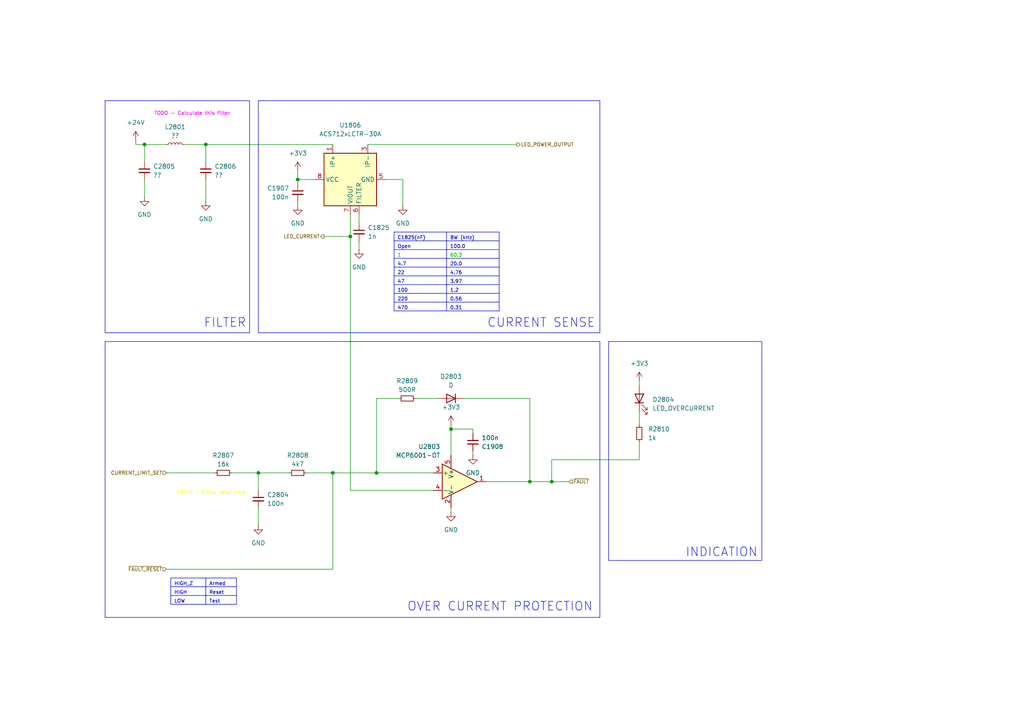
<source format=kicad_sch>
(kicad_sch (version 20250114) (generator "eeschema") (generator_version "9.0")
  (paper "A4")
  (lib_symbols
    (symbol "Amplifier_Operational:MCP6001-OT" (pin_names (offset 0.127))
      (property "Reference" "U" (at -1.27 6.35 0))
      (property "Value" "MCP6001-OT" (at -1.27 3.81 0))
      (symbol "MCP6001-OT_0_1"
        (polyline (pts (xy -5.08 5.08) (xy 5.08 0) (xy -5.08 -5.08) (xy -5.08 5.08)) (stroke (width 0.254)) (fill (type background)))
        (pin power_in line (at -2.54 7.62 270) (length 3.81) (name "V+") (number "5"))
        (pin power_in line (at -2.54 -7.62 90) (length 3.81) (name "V-") (number "2"))
      )
      (symbol "MCP6001-OT_1_1"
        (pin input line (at -7.62 2.54 0) (length 2.54) (name "+") (number "3"))
        (pin input line (at -7.62 -2.54 0) (length 2.54) (name "-") (number "4"))
        (pin output line (at 7.62 0 180) (length 2.54) (name "~") (number "1"))
      )
    )
    (symbol "Device:C_Small" (pin_numbers (hide yes)) (pin_names (offset 0.254) (hide yes))
      (property "Reference" "C" (at 0.254 1.778 0))
      (property "Value" "C_Small" (at 0.254 -2.032 0))
      (symbol "C_Small_0_1"
        (polyline (pts (xy -1.524 0.508) (xy 1.524 0.508)) (stroke (width 0.3048)))
        (polyline (pts (xy -1.524 -0.508) (xy 1.524 -0.508)) (stroke (width 0.3302)))
      )
      (symbol "C_Small_1_1"
        (pin passive line (at 0 2.54 270) (length 2.032) (name "~") (number "1"))
        (pin passive line (at 0 -2.54 90) (length 2.032) (name "~") (number "2"))
      )
    )
    (symbol "Device:D" (pin_numbers (hide yes)) (pin_names (offset 1.016) (hide yes))
      (property "Reference" "D" (at 0 2.54 0))
      (property "Value" "D" (at 0 -2.54 0))
      (symbol "D_0_1"
        (polyline (pts (xy -1.27 1.27) (xy -1.27 -1.27)) (stroke (width 0.254)))
        (polyline (pts (xy 1.27 1.27) (xy 1.27 -1.27) (xy -1.27 0) (xy 1.27 1.27)) (stroke (width 0.254)))
        (polyline (pts (xy 1.27 0) (xy -1.27 0)))
      )
      (symbol "D_1_1"
        (pin passive line (at -3.81 0 0) (length 2.54) (name "K") (number "1"))
        (pin passive line (at 3.81 0 180) (length 2.54) (name "A") (number "2"))
      )
    )
    (symbol "Device:LED" (pin_numbers (hide yes)) (pin_names (offset 1.016) (hide yes))
      (property "Reference" "D" (at 0 2.54 0))
      (property "Value" "LED" (at 0 -2.54 0))
      (symbol "LED_0_1"
        (polyline (pts (xy -3.048 -0.762) (xy -4.572 -2.286) (xy -3.81 -2.286) (xy -4.572 -2.286) (xy -4.572 -1.524)))
        (polyline (pts (xy -1.778 -0.762) (xy -3.302 -2.286) (xy -2.54 -2.286) (xy -3.302 -2.286) (xy -3.302 -1.524)))
        (polyline (pts (xy -1.27 0) (xy 1.27 0)))
        (polyline (pts (xy -1.27 -1.27) (xy -1.27 1.27)) (stroke (width 0.254)))
        (polyline (pts (xy 1.27 -1.27) (xy 1.27 1.27) (xy -1.27 0) (xy 1.27 -1.27)) (stroke (width 0.254)))
      )
      (symbol "LED_1_1"
        (pin passive line (at -3.81 0 0) (length 2.54) (name "K") (number "1"))
        (pin passive line (at 3.81 0 180) (length 2.54) (name "A") (number "2"))
      )
    )
    (symbol "Device:L_Small" (pin_numbers (hide yes)) (pin_names (offset 0.254) (hide yes))
      (property "Reference" "L" (at 0.762 1.016 0))
      (property "Value" "L_Small" (at 0.762 -1.016 0))
      (symbol "L_Small_0_1"
        (arc (start 0 2.032) (mid 0.5058 1.524) (end 0 1.016))
        (arc (start 0 1.016) (mid 0.5058 0.508) (end 0 0))
        (arc (start 0 0) (mid 0.5058 -0.508) (end 0 -1.016))
        (arc (start 0 -1.016) (mid 0.5058 -1.524) (end 0 -2.032))
      )
      (symbol "L_Small_1_1"
        (pin passive line (at 0 2.54 270) (length 0.508) (name "~") (number "1"))
        (pin passive line (at 0 -2.54 90) (length 0.508) (name "~") (number "2"))
      )
    )
    (symbol "Device:R_Small" (pin_numbers (hide yes)) (pin_names (offset 0.254) (hide yes))
      (property "Reference" "R" (at 0.762 0.508 0))
      (property "Value" "R_Small" (at 0.762 -1.016 0))
      (symbol "R_Small_0_1"
        (rectangle (start -0.762 1.778) (end 0.762 -1.778) (stroke (width 0.2032)))
      )
      (symbol "R_Small_1_1"
        (pin passive line (at 0 2.54 270) (length 0.762) (name "~") (number "1"))
        (pin passive line (at 0 -2.54 90) (length 0.762) (name "~") (number "2"))
      )
    )
    (symbol "Sensor_Current:ACS712xLCTR-30A"
      (property "Reference" "U" (at 2.54 11.43 0))
      (property "Value" "ACS712xLCTR-30A" (at 2.54 8.89 0))
      (symbol "ACS712xLCTR-30A_0_1"
        (rectangle (start -7.62 7.62) (end 7.62 -7.62) (stroke (width 0.254)) (fill (type background)))
      )
      (symbol "ACS712xLCTR-30A_1_1"
        (pin passive line (at -10.16 5.08 0) (length 2.54) (name "IP+") (number "1"))
        (pin passive line (at -10.16 5.08 0) (length 2.54) (hide yes) (name "IP+") (number "2"))
        (pin passive line (at -10.16 -5.08 0) (length 2.54) (name "IP-") (number "3"))
        (pin passive line (at -10.16 -5.08 0) (length 2.54) (hide yes) (name "IP-") (number "4"))
        (pin power_in line (at 0 10.16 270) (length 2.54) (name "VCC") (number "8"))
        (pin power_in line (at 0 -10.16 90) (length 2.54) (name "GND") (number "5"))
        (pin output line (at 10.16 0 180) (length 2.54) (name "VIOUT") (number "7"))
        (pin passive line (at 10.16 -2.54 180) (length 2.54) (name "FILTER") (number "6"))
      )
    )
    (symbol "power:+24V" (power) (pin_numbers (hide yes)) (pin_names (offset 0) (hide yes))
      (property "Value" "+24V" (at 0 3.556 0))
      (symbol "+24V_0_1"
        (polyline (pts (xy -0.762 1.27) (xy 0 2.54)))
        (polyline (pts (xy 0 2.54) (xy 0.762 1.27)))
        (polyline (pts (xy 0 0) (xy 0 2.54)))
      )
      (symbol "+24V_1_1"
        (pin power_in line (at 0 0 90) (length 0) (name "~") (number "1"))
      )
    )
    (symbol "power:+3V3" (power) (pin_numbers (hide yes)) (pin_names (offset 0) (hide yes))
      (property "Value" "+3V3" (at 0 3.556 0))
      (symbol "+3V3_0_1"
        (polyline (pts (xy -0.762 1.27) (xy 0 2.54)))
        (polyline (pts (xy 0 2.54) (xy 0.762 1.27)))
        (polyline (pts (xy 0 0) (xy 0 2.54)))
      )
      (symbol "+3V3_1_1"
        (pin power_in line (at 0 0 90) (length 0) (name "~") (number "1"))
      )
    )
    (symbol "power:GND" (power) (pin_numbers (hide yes)) (pin_names (offset 0) (hide yes))
      (property "Value" "GND" (at 0 -3.81 0))
      (symbol "GND_0_1"
        (polyline (pts (xy 0 0) (xy 0 -1.27) (xy 1.27 -1.27) (xy 0 -2.54) (xy -1.27 -1.27) (xy 0 -1.27)))
      )
      (symbol "GND_1_1"
        (pin power_in line (at 0 0 270) (length 0) (name "~") (number "1"))
      )
    )
  )
  (rectangle (start 176.53 99.06) (end 220.98 162.56))
  (rectangle (start 74.93 29.21) (end 173.99 96.52))
  (rectangle (start 30.48 29.21) (end 72.39 96.52))
  (rectangle (start 30.48 99.06) (end 173.99 179.07))
  (text "FILTER" (at 65.278 93.726 0) (effects (font (size 2.54 2.54))))
  (text "CURRENT SENSE" (at 156.972 93.726 0) (effects (font (size 2.54 2.54))))
  (text "TODO - Calculate this filter" (at 44.704 33.02 0) (effects (font (size 1.016 1.016)) (justify left)))
  (text "100Hz | 0.01s raise time" (at 51.054 143.002 0) (effects (font (size 1.016 1.016)) (justify left)))
  (text "INDICATION" (at 209.296 160.274 0) (effects (font (size 2.54 2.54))))
  (text "OVER CURRENT PROTECTION" (at 145.034 176.022 0) (effects (font (size 2.54 2.54))))
  (junction (at 59.69 41.91))
  (junction (at 130.81 124.46))
  (junction (at 101.6 68.58))
  (junction (at 96.52 137.16))
  (junction (at 74.93 137.16))
  (junction (at 41.91 41.91))
  (junction (at 109.22 137.16))
  (junction (at 160.02 139.7))
  (junction (at 86.36 52.07))
  (junction (at 153.67 139.7))
  (wire (pts (xy 104.14 62.23) (xy 104.14 64.77)))
  (wire (pts (xy 137.16 130.81) (xy 137.16 132.08)))
  (wire (pts (xy 130.81 124.46) (xy 130.81 132.08)))
  (wire (pts (xy 160.02 139.7) (xy 165.1 139.7)))
  (wire (pts (xy 185.42 119.38) (xy 185.42 123.19)))
  (wire (pts (xy 130.81 147.32) (xy 130.81 148.59)))
  (wire (pts (xy 106.68 41.91) (xy 149.86 41.91)))
  (wire (pts (xy 101.6 142.24) (xy 125.73 142.24)))
  (wire (pts (xy 185.42 110.49) (xy 185.42 111.76)))
  (wire (pts (xy 116.84 52.07) (xy 111.76 52.07)))
  (wire (pts (xy 109.22 137.16) (xy 125.73 137.16)))
  (wire (pts (xy 59.69 52.07) (xy 59.69 58.42)))
  (wire (pts (xy 67.31 137.16) (xy 74.93 137.16)))
  (wire (pts (xy 101.6 62.23) (xy 101.6 68.58)))
  (wire (pts (xy 153.67 139.7) (xy 160.02 139.7)))
  (wire (pts (xy 185.42 133.35) (xy 160.02 133.35)))
  (wire (pts (xy 134.62 115.57) (xy 153.67 115.57)))
  (wire (pts (xy 185.42 128.27) (xy 185.42 133.35)))
  (wire (pts (xy 74.93 137.16) (xy 83.82 137.16)))
  (wire (pts (xy 86.36 52.07) (xy 91.44 52.07)))
  (wire (pts (xy 109.22 137.16) (xy 109.22 115.57)))
  (wire (pts (xy 74.93 147.32) (xy 74.93 152.4)))
  (wire (pts (xy 74.93 137.16) (xy 74.93 142.24)))
  (wire (pts (xy 104.14 69.85) (xy 104.14 72.39)))
  (wire (pts (xy 41.91 46.99) (xy 41.91 41.91)))
  (wire (pts (xy 88.9 137.16) (xy 96.52 137.16)))
  (wire (pts (xy 86.36 58.42) (xy 86.36 59.69)))
  (wire (pts (xy 160.02 133.35) (xy 160.02 139.7)))
  (wire (pts (xy 41.91 41.91) (xy 48.26 41.91)))
  (wire (pts (xy 130.81 124.46) (xy 137.16 124.46)))
  (wire (pts (xy 101.6 68.58) (xy 101.6 142.24)))
  (wire (pts (xy 86.36 49.53) (xy 86.36 52.07)))
  (wire (pts (xy 140.97 139.7) (xy 153.67 139.7)))
  (wire (pts (xy 120.65 115.57) (xy 127 115.57)))
  (wire (pts (xy 59.69 41.91) (xy 59.69 46.99)))
  (wire (pts (xy 96.52 137.16) (xy 109.22 137.16)))
  (wire (pts (xy 41.91 52.07) (xy 41.91 57.15)))
  (wire (pts (xy 109.22 115.57) (xy 115.57 115.57)))
  (wire (pts (xy 130.81 123.19) (xy 130.81 124.46)))
  (wire (pts (xy 96.52 165.1) (xy 96.52 137.16)))
  (wire (pts (xy 59.69 41.91) (xy 96.52 41.91)))
  (wire (pts (xy 116.84 59.69) (xy 116.84 52.07)))
  (wire (pts (xy 48.26 165.1) (xy 96.52 165.1)))
  (wire (pts (xy 39.37 41.91) (xy 41.91 41.91)))
  (wire (pts (xy 101.6 68.58) (xy 93.98 68.58)))
  (wire (pts (xy 39.37 40.64) (xy 39.37 41.91)))
  (wire (pts (xy 48.26 137.16) (xy 62.23 137.16)))
  (wire (pts (xy 137.16 124.46) (xy 137.16 125.73)))
  (wire (pts (xy 86.36 53.34) (xy 86.36 52.07)))
  (wire (pts (xy 153.67 139.7) (xy 153.67 115.57)))
  (wire (pts (xy 53.34 41.91) (xy 59.69 41.91)))
  (table (column_count 2) (border (external yes) (header yes)) (separators (rows yes) (cols yes)) (column_widths 15.24 15.24) (row_heights 2.54 2.54 2.54 2.54 2.54 2.54 2.54 2.54 2.54) (cells (table_cell "C1825(nF)" (at 114.3 67.31 0) (size 15.24 2.54) (margins 0.9525 0.9525 0.9525 0.9525) (span 1 1)) (table_cell "BW (kHz)" (at 129.54 67.31 0) (size 15.24 2.54) (margins 0.9525 0.9525 0.9525 0.9525) (span 1 1)) (table_cell "Open" (at 114.3 69.85 0) (size 15.24 2.54) (margins 0.9525 0.9525 0.9525 0.9525) (span 1 1)) (table_cell "100.0" (at 129.54 69.85 0) (size 15.24 2.54) (margins 0.9525 0.9525 0.9525 0.9525) (span 1 1)) (table_cell "1" (at 114.3 72.39 0) (size 15.24 2.54) (margins 0.9525 0.9525 0.9525 0.9525) (span 1 1)) (table_cell "60.3" (at 129.54 72.39 0) (size 15.24 2.54) (margins 0.9525 0.9525 0.9525 0.9525) (span 1 1)) (table_cell "4.7" (at 114.3 74.93 0) (size 15.24 2.54) (margins 0.9525 0.9525 0.9525 0.9525) (span 1 1)) (table_cell "20.0" (at 129.54 74.93 0) (size 15.24 2.54) (margins 0.9525 0.9525 0.9525 0.9525) (span 1 1)) (table_cell "22" (at 114.3 77.47 0) (size 15.24 2.54) (margins 0.9525 0.9525 0.9525 0.9525) (span 1 1)) (table_cell "4.76" (at 129.54 77.47 0) (size 15.24 2.54) (margins 0.9525 0.9525 0.9525 0.9525) (span 1 1)) (table_cell "47" (at 114.3 80.01 0) (size 15.24 2.54) (margins 0.9525 0.9525 0.9525 0.9525) (span 1 1)) (table_cell "3.97" (at 129.54 80.01 0) (size 15.24 2.54) (margins 0.9525 0.9525 0.9525 0.9525) (span 1 1)) (table_cell "100" (at 114.3 82.55 0) (size 15.24 2.54) (margins 0.9525 0.9525 0.9525 0.9525) (span 1 1)) (table_cell "1.2" (at 129.54 82.55 0) (size 15.24 2.54) (margins 0.9525 0.9525 0.9525 0.9525) (span 1 1)) (table_cell "220" (at 114.3 85.09 0) (size 15.24 2.54) (margins 0.9525 0.9525 0.9525 0.9525) (span 1 1)) (table_cell "0.56" (at 129.54 85.09 0) (size 15.24 2.54) (margins 0.9525 0.9525 0.9525 0.9525) (span 1 1)) (table_cell "470" (at 114.3 87.63 0) (size 15.24 2.54) (margins 0.9525 0.9525 0.9525 0.9525) (span 1 1)) (table_cell "0.31" (at 129.54 87.63 0) (size 15.24 2.54) (margins 0.9525 0.9525 0.9525 0.9525) (span 1 1))))
  (table (column_count 2) (border (external yes) (header yes)) (separators (rows yes) (cols yes)) (column_widths 10.16 8.89) (row_heights 2.54 2.54 2.54) (cells (table_cell "HIGH_Z" (at 49.53 167.64 0) (size 10.16 2.54) (margins 0.9525 0.9525 0.9525 0.9525) (span 1 1)) (table_cell "Armed" (at 59.69 167.64 0) (size 8.89 2.54) (margins 0.9525 0.9525 0.9525 0.9525) (span 1 1)) (table_cell "HIGH" (at 49.53 170.18 0) (size 10.16 2.54) (margins 0.9525 0.9525 0.9525 0.9525) (span 1 1)) (table_cell "Reset" (at 59.69 170.18 0) (size 8.89 2.54) (margins 0.9525 0.9525 0.9525 0.9525) (span 1 1)) (table_cell "LOW" (at 49.53 172.72 0) (size 10.16 2.54) (margins 0.9525 0.9525 0.9525 0.9525) (span 1 1)) (table_cell "Test" (at 59.69 172.72 0) (size 8.89 2.54) (margins 0.9525 0.9525 0.9525 0.9525) (span 1 1))))
  (hierarchical_label "LED_CURRENT" (shape output) (at 93.98 68.58 180) (effects (font (size 1.016 1.016))))
  (hierarchical_label "~{FAULT_RESET}" (shape input) (at 48.26 165.1 180) (effects (font (size 1.016 1.016))))
  (hierarchical_label "CURRENT_LIMIT_SET" (shape input) (at 48.26 137.16 180) (effects (font (size 1.016 1.016))))
  (hierarchical_label "~{FAULT}" (shape input) (at 165.1 139.7 0) (effects (font (size 1.016 1.016))))
  (hierarchical_label "LED_POWER_OUTPUT" (shape output) (at 149.86 41.91 0) (effects (font (size 1.016 1.016))))
  (symbol (lib_id "power:+3V3") (at 130.81 123.19 0) (unit 1)
    (property "Reference" "#PWR01830" (effects (hide yes)))
    (property "Value" "+3V3" (at 130.81 118.11 0))
    (property "Description" "Power symbol creates a global label with name \"+3V3\"" (effects (hide yes)))
  )
  (symbol (lib_id "Device:C_Small") (at 104.14 67.31 0) (mirror y) (unit 1)
    (property "Reference" "C1825" (at 106.68 66.0462 0) (effects (justify right)))
    (property "Value" "1n" (at 106.68 68.5862 0) (effects (justify right)))
    (property "Description" "Unpolarized capacitor, small symbol" (effects (hide yes)))
  )
  (symbol (lib_id "power:GND") (at 41.91 57.15 0) (unit 1)
    (property "Reference" "#PWR02812" (effects (hide yes)))
    (property "Value" "GND" (at 41.91 62.23 0))
    (property "Description" "Power symbol creates a global label with name \"GND\" , ground" (effects (hide yes)))
  )
  (symbol (lib_id "power:GND") (at 130.81 148.59 0) (unit 1)
    (property "Reference" "#PWR02811" (effects (hide yes)))
    (property "Value" "GND" (at 130.81 153.67 0))
    (property "Description" "Power symbol creates a global label with name \"GND\" , ground" (effects (hide yes)))
  )
  (symbol (lib_id "Device:LED") (at 185.42 115.57 90) (unit 1)
    (property "Reference" "D2804" (at 189.23 115.8874 90) (effects (justify right)))
    (property "Value" "LED_OVERCURRENT" (at 189.23 118.4274 90) (effects (justify right)))
    (property "Description" "Light emitting diode" (effects (hide yes)))
    (property "Sim.Pins" "1=K 2=A" (effects (hide yes)))
  )
  (symbol (lib_id "power:+24V") (at 39.37 40.64 0) (unit 1)
    (property "Reference" "#PWR02814" (effects (hide yes)))
    (property "Value" "+24V" (at 39.37 35.56 0))
    (property "Description" "Power symbol creates a global label with name \"+24V\"" (effects (hide yes)))
  )
  (symbol (lib_id "power:GND") (at 59.69 58.42 0) (unit 1)
    (property "Reference" "#PWR02813" (effects (hide yes)))
    (property "Value" "GND" (at 59.69 63.5 0))
    (property "Description" "Power symbol creates a global label with name \"GND\" , ground" (effects (hide yes)))
  )
  (symbol (lib_id "power:GND") (at 104.14 72.39 0) (unit 1)
    (property "Reference" "#PWR01829" (effects (hide yes)))
    (property "Value" "GND" (at 104.14 77.47 0))
    (property "Description" "Power symbol creates a global label with name \"GND\" , ground" (effects (hide yes)))
  )
  (symbol (lib_id "Device:D") (at 130.81 115.57 180) (unit 1)
    (property "Reference" "D2803" (at 130.81 109.22 0))
    (property "Value" "D" (at 130.81 111.76 0))
    (property "Description" "Diode" (effects (hide yes)))
    (property "Sim.Device" "D" (effects (hide yes)))
    (property "Sim.Pins" "1=K 2=A" (effects (hide yes)))
  )
  (symbol (lib_id "power:GND") (at 86.36 59.69 0) (unit 1)
    (property "Reference" "#PWR01910" (effects (hide yes)))
    (property "Value" "GND" (at 86.36 64.77 0))
    (property "Description" "Power symbol creates a global label with name \"GND\" , ground" (effects (hide yes)))
  )
  (symbol (lib_id "Device:C_Small") (at 59.69 49.53 0) (unit 1)
    (property "Reference" "C2806" (at 62.23 48.2662 0) (effects (justify left)))
    (property "Value" "??" (at 62.23 50.8062 0) (effects (justify left)))
    (property "Description" "Unpolarized capacitor, small symbol" (effects (hide yes)))
  )
  (symbol (lib_id "Device:L_Small") (at 50.8 41.91 90) (unit 1)
    (property "Reference" "L2801" (at 50.8 36.83 90))
    (property "Value" "??" (at 50.8 39.37 90))
    (property "Description" "Inductor, small symbol" (effects (hide yes)))
  )
  (symbol (lib_id "Device:R_Small") (at 64.77 137.16 90) (unit 1)
    (property "Reference" "R2807" (at 64.77 132.08 90))
    (property "Value" "16k" (at 64.77 134.62 90))
    (property "Description" "Resistor, small symbol" (effects (hide yes)))
  )
  (symbol (lib_id "Device:R_Small") (at 118.11 115.57 90) (unit 1)
    (property "Reference" "R2809" (at 118.11 110.49 90))
    (property "Value" "500R" (at 118.11 113.03 90))
    (property "Description" "Resistor, small symbol" (effects (hide yes)))
  )
  (symbol (lib_id "power:GND") (at 137.16 132.08 0) (unit 1)
    (property "Reference" "#PWR02810" (effects (hide yes)))
    (property "Value" "GND" (at 137.16 137.16 0))
    (property "Description" "Power symbol creates a global label with name \"GND\" , ground" (effects (hide yes)))
  )
  (symbol (lib_id "Device:R_Small") (at 185.42 125.73 0) (unit 1)
    (property "Reference" "R2810" (at 187.96 124.4599 0) (effects (justify left)))
    (property "Value" "1k" (at 187.96 126.9999 0) (effects (justify left)))
    (property "Description" "Resistor, small symbol" (effects (hide yes)))
  )
  (symbol (lib_id "Device:C_Small") (at 137.16 128.27 180) (unit 1)
    (property "Reference" "C1908" (at 139.7 129.5338 0) (effects (justify right)))
    (property "Value" "100n" (at 139.7 126.9938 0) (effects (justify right)))
    (property "Description" "Unpolarized capacitor, small symbol" (effects (hide yes)))
  )
  (symbol (lib_id "power:+3V3") (at 185.42 110.49 0) (unit 1)
    (property "Reference" "#PWR01831" (effects (hide yes)))
    (property "Value" "+3V3" (at 185.42 105.41 0))
    (property "Description" "Power symbol creates a global label with name \"+3V3\"" (effects (hide yes)))
  )
  (symbol (lib_id "power:+3V3") (at 86.36 49.53 0) (unit 1)
    (property "Reference" "#PWR01828" (effects (hide yes)))
    (property "Value" "+3V3" (at 86.36 44.45 0))
    (property "Description" "Power symbol creates a global label with name \"+3V3\"" (effects (hide yes)))
  )
  (symbol (lib_id "Device:C_Small") (at 41.91 49.53 0) (unit 1)
    (property "Reference" "C2805" (at 44.45 48.2662 0) (effects (justify left)))
    (property "Value" "??" (at 44.45 50.8062 0) (effects (justify left)))
    (property "Description" "Unpolarized capacitor, small symbol" (effects (hide yes)))
  )
  (symbol (lib_id "Device:C_Small") (at 74.93 144.78 0) (unit 1)
    (property "Reference" "C2804" (at 77.47 143.5162 0) (effects (justify left)))
    (property "Value" "100n" (at 77.47 146.0562 0) (effects (justify left)))
    (property "Description" "Unpolarized capacitor, small symbol" (effects (hide yes)))
  )
  (symbol (lib_id "power:GND") (at 74.93 152.4 0) (unit 1)
    (property "Reference" "#PWR02809" (effects (hide yes)))
    (property "Value" "GND" (at 74.93 157.48 0))
    (property "Description" "Power symbol creates a global label with name \"GND\" , ground" (effects (hide yes)))
  )
  (symbol (lib_id "Sensor_Current:ACS712xLCTR-30A") (at 101.6 52.07 90) (mirror x) (unit 1)
    (property "Reference" "U1806" (at 101.6 36.322 90))
    (property "Value" "ACS712xLCTR-30A" (at 101.6 38.862 90))
    (property "Footprint" "Package_SO:SOIC-8_3.9x4.9mm_P1.27mm" (effects (hide yes)))
    (property "Datasheet" "http://www.allegromicro.com/~/media/Files/Datasheets/ACS712-Datasheet.ashx?la=en" (effects (hide yes)))
    (property "Description" "±30A Bidirectional Hall-Effect Current Sensor, +5.0V supply, 66mV/A, SOIC-8" (effects (hide yes)))
  )
  (symbol (lib_id "Amplifier_Operational:MCP6001-OT") (at 133.35 139.7 0) (unit 1)
    (property "Reference" "U2803" (at 127.6919 129.54 0) (effects (justify right)))
    (property "Value" "MCP6001-OT" (at 127.6919 132.08 0) (effects (justify right)))
    (property "Footprint" "Package_TO_SOT_SMD:SOT-23-5" (effects (hide yes)))
    (property "Datasheet" "https://ww1.microchip.com/downloads/en/DeviceDoc/MCP6001-1R-1U-2-4-1-MHz-Low-Power-Op-Amp-DS20001733L.pdf" (effects (hide yes)))
    (property "Description" "1MHz, Low-Power Op Amp, SOT-23-5" (effects (hide yes)))
  )
  (symbol (lib_id "power:GND") (at 116.84 59.69 0) (unit 1)
    (property "Reference" "#PWR01911" (effects (hide yes)))
    (property "Value" "GND" (at 116.84 64.77 0))
    (property "Description" "Power symbol creates a global label with name \"GND\" , ground" (effects (hide yes)))
  )
  (symbol (lib_id "Device:R_Small") (at 86.36 137.16 90) (unit 1)
    (property "Reference" "R2808" (at 86.36 132.08 90))
    (property "Value" "4k7" (at 86.36 134.62 90))
    (property "Description" "Resistor, small symbol" (effects (hide yes)))
  )
  (symbol (lib_id "Device:C_Small") (at 86.36 55.88 0) (unit 1)
    (property "Reference" "C1907" (at 83.82 54.6162 0) (effects (justify right)))
    (property "Value" "100n" (at 83.82 57.1562 0) (effects (justify right)))
    (property "Description" "Unpolarized capacitor, small symbol" (effects (hide yes)))
  )
)
</source>
